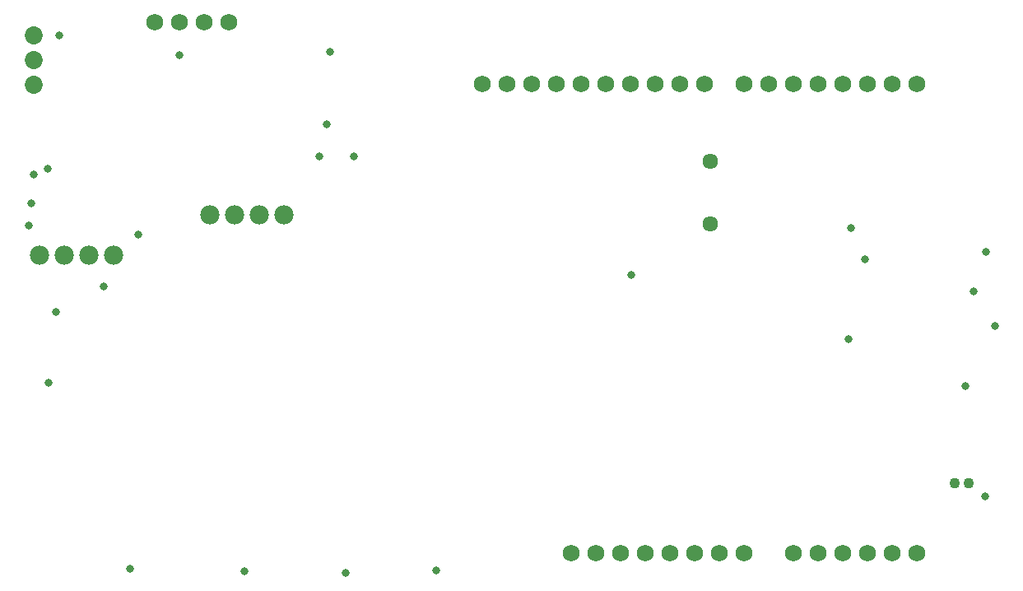
<source format=gbs>
G04*
G04 #@! TF.GenerationSoftware,Altium Limited,Altium Designer,21.6.4 (81)*
G04*
G04 Layer_Color=16711935*
%FSLAX25Y25*%
%MOIN*%
G70*
G04*
G04 #@! TF.SameCoordinates,570C5102-FFD4-49C7-812D-166F0CB68569*
G04*
G04*
G04 #@! TF.FilePolarity,Negative*
G04*
G01*
G75*
%ADD31C,0.06800*%
%ADD32C,0.07800*%
%ADD33C,0.04343*%
%ADD34C,0.07296*%
%ADD35C,0.06343*%
%ADD36C,0.03300*%
D31*
X319300Y28100D02*
D03*
X329300D02*
D03*
X339300D02*
D03*
X349300D02*
D03*
X369300D02*
D03*
X359300D02*
D03*
X299300Y218100D02*
D03*
X309300D02*
D03*
X319300D02*
D03*
X329300D02*
D03*
X339300D02*
D03*
X349300D02*
D03*
X359300D02*
D03*
X369300D02*
D03*
X299300Y28100D02*
D03*
X289300D02*
D03*
X279300D02*
D03*
X269300D02*
D03*
X259300D02*
D03*
X249300D02*
D03*
X239300D02*
D03*
X229300D02*
D03*
X193300Y218100D02*
D03*
X203300D02*
D03*
X213300D02*
D03*
X223300D02*
D03*
X233300D02*
D03*
X243300D02*
D03*
X253300D02*
D03*
X263300D02*
D03*
X273300D02*
D03*
X283300D02*
D03*
X90500Y243000D02*
D03*
X80500D02*
D03*
X70500D02*
D03*
X60500D02*
D03*
D03*
D32*
X93000Y165000D02*
D03*
X83000D02*
D03*
X113000D02*
D03*
X103000D02*
D03*
X34000Y148500D02*
D03*
X44000D02*
D03*
X14000D02*
D03*
X24000D02*
D03*
D33*
X390256Y56228D02*
D03*
X384744D02*
D03*
D34*
X11500Y237500D02*
D03*
Y227500D02*
D03*
Y217500D02*
D03*
D35*
X285500Y161205D02*
D03*
Y186795D02*
D03*
D36*
X141200Y188700D02*
D03*
X342700Y159600D02*
D03*
X400900Y120000D02*
D03*
X9800Y160500D02*
D03*
X10600Y169500D02*
D03*
X17400Y183500D02*
D03*
X11800Y181300D02*
D03*
X397300Y150100D02*
D03*
X127200Y188500D02*
D03*
X392400Y134000D02*
D03*
X20500Y125500D02*
D03*
X54000Y157000D02*
D03*
X341500Y114500D02*
D03*
X397000Y51000D02*
D03*
X17500Y97000D02*
D03*
X253750Y140750D02*
D03*
X130400Y201600D02*
D03*
X131500Y231000D02*
D03*
X389000Y95500D02*
D03*
X348200Y147000D02*
D03*
X138000Y20000D02*
D03*
X174500Y21000D02*
D03*
X97000Y20500D02*
D03*
X50500Y21500D02*
D03*
X40000Y136000D02*
D03*
X70500Y229500D02*
D03*
X22000Y237500D02*
D03*
M02*

</source>
